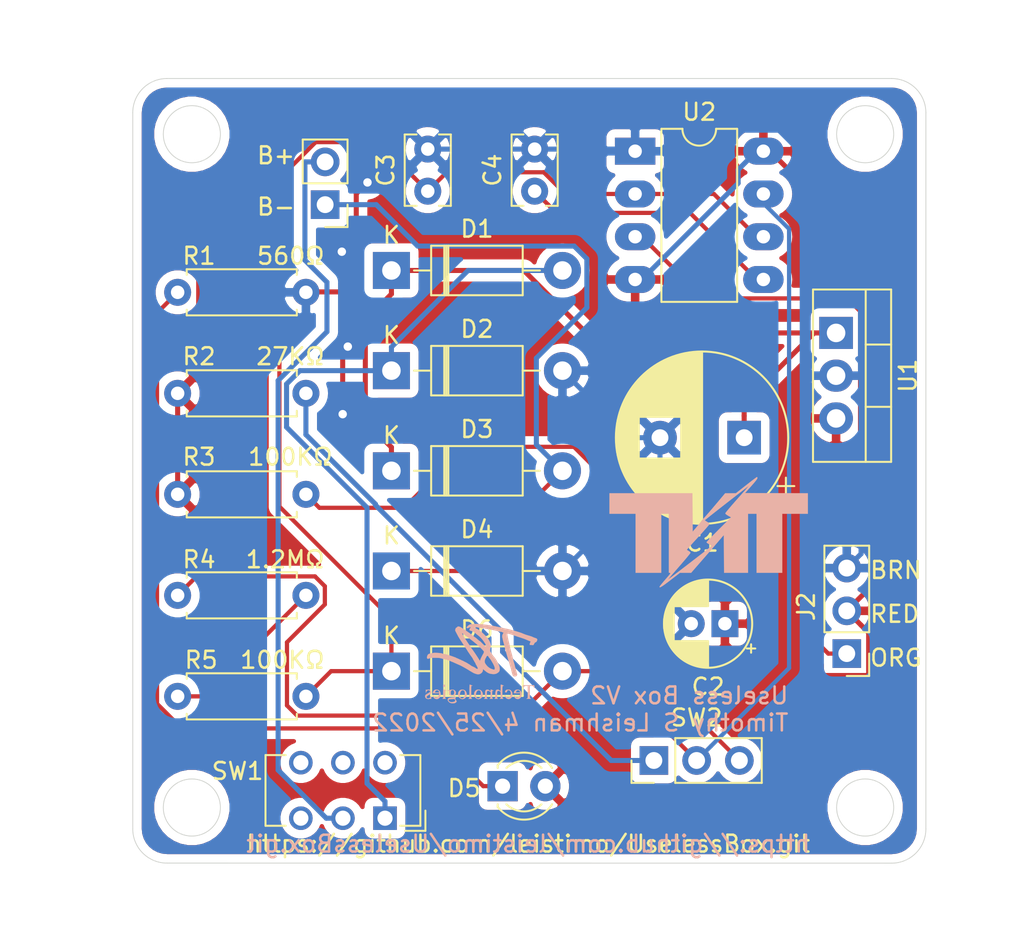
<source format=kicad_pcb>
(kicad_pcb (version 20171130) (host pcbnew "(5.1.4)-1")
  (title_block (title "Useless Box V2") (date 2022-04-11) (rev 2) (company "TNT Electronics") (comment 1 "Timothy S Leishman"))
  (layers (0 F.Cu signal) (31 B.Cu signal) (34 B.Paste user) (35 F.Paste user) (36 B.SilkS user) (37 F.SilkS user) (38 B.Mask user) (39 F.Mask user) (44 Edge.Cuts user))
  (net 0 "")
  (net 1 /VIN+)
  (net 2 /GND)
  (net 3 "Net-(C3-Pad1)")
  (net 4 "Net-(C4-Pad1)")
  (net 5 "Net-(D5-Pad1)")
  (net 6 "Net-(R2-Pad2)")
  (net 7 "Net-(R3-Pad2)")
  (net 8 "Net-(R4-Pad2)")
  (net 9 "Net-(D6-Pad2)")
  (net 10 /B+)
  (net 11 /B-)
  (net 12 "Net-(J2-Pad1)")
  (net 13 "Net-(J3-Pad2)")
  (net 14 /5Vout)
  (module "Kicad:TSL Technologies logo 16mm x 11mm" (layer B.Cu) (at 144.9324 113.03 180)
    (fp_text reference G*** hide)
    (fp_text value LOGO hide)
  )
  (module "Kicad:TNT Logo 12.6mm x 7mm" (layer B.Cu) (at 158.5468 104.8004 180)
    (fp_text reference G*** hide)
    (fp_text value LOGO hide)
  )
  (module Capacitor_THT:C_Rect_L4.0mm_W2.5mm_P2.50mm (layer F.Cu) (at 141.859 84.544 90)
    (fp_text reference C3 (at 1.25 -2.5 90) (layer F.SilkS))
    (fp_text value 0.022uF)
    (pad 1 thru_hole circle (at 0 0 90) (size 1.6 1.6) (drill 0.8) (layers *.Cu *.Mask) (net 3 "Net-(C3-Pad1)"))
    (pad 2 thru_hole circle (at 2.5 0 90) (size 1.6 1.6) (drill 0.8) (layers *.Cu *.Mask) (net 2 /GND))
  )
  (module Connector_PinHeader_2.54mm:PinHeader_1x02_P2.54mm_Vertical (layer F.Cu) (at 135.763 85.344 180)
    (fp_text reference J3)
    (fp_text value Conn_01x02_Female)
    (pad 2 thru_hole oval (at 0 2.54 180) (size 1.7 1.7) (drill 1) (layers *.Cu *.Mask) (net 13 "Net-(J3-Pad2)"))
    (pad 1 thru_hole rect (at 0 0 180) (size 1.7 1.7) (drill 1) (layers *.Cu *.Mask) (net 11 /B-))
  )
  (module Connector_PinHeader_2.54mm:PinHeader_1x03_P2.54mm_Vertical (layer F.Cu) (at 155.290677 118.364 90)
    (fp_text reference SW2 (at 2.54 2.54 180) (layer F.SilkS))
    (fp_text value SW_SPDT)
    (pad 3 thru_hole oval (at 0 5.08 90) (size 1.7 1.7) (drill 1) (layers *.Cu *.Mask) (net 7 "Net-(R3-Pad2)"))
    (pad 2 thru_hole oval (at 0 2.54 90) (size 1.7 1.7) (drill 1) (layers *.Cu *.Mask) (net 9 "Net-(D6-Pad2)"))
    (pad 1 thru_hole rect (at 0 0 90) (size 1.7 1.7) (drill 1) (layers *.Cu *.Mask) (net 6 "Net-(R2-Pad2)"))
  )
  (module Diode_THT:D_DO-41_SOD81_P10.16mm_Horizontal (layer F.Cu) (at 139.7 113.057)
    (fp_text reference D6 (at 5.08 -2.47) (layer F.SilkS))
    (fp_text value D_Small_ALT)
    (fp_text user K (at 0 -2.1) (layer F.SilkS))
    (pad 2 thru_hole oval (at 10.16 0) (size 2.2 2.2) (drill 1.1) (layers *.Cu *.Mask) (net 9 "Net-(D6-Pad2)"))
    (pad 1 thru_hole rect (at 0 0) (size 2.2 2.2) (drill 1.1) (layers *.Cu *.Mask) (net 3 "Net-(C3-Pad1)"))
  )
  (module Diode_THT:D_DO-41_SOD81_P10.16mm_Horizontal (layer F.Cu) (at 139.7 107.10625)
    (fp_text reference D4 (at 5.08 -2.47) (layer F.SilkS))
    (fp_text value D_Small_ALT)
    (fp_text user K (at 0 -2.1) (layer F.SilkS))
    (pad 2 thru_hole oval (at 10.16 0) (size 2.2 2.2) (drill 1.1) (layers *.Cu *.Mask) (net 2 /GND))
    (pad 1 thru_hole rect (at 0 0) (size 2.2 2.2) (drill 1.1) (layers *.Cu *.Mask) (net 11 /B-))
  )
  (module Diode_THT:D_DO-41_SOD81_P10.16mm_Horizontal (layer F.Cu) (at 139.7 101.1555)
    (fp_text reference D3 (at 5.08 -2.47) (layer F.SilkS))
    (fp_text value D_Small_ALT)
    (fp_text user K (at 0 -2.1) (layer F.SilkS))
    (pad 2 thru_hole oval (at 10.16 0) (size 2.2 2.2) (drill 1.1) (layers *.Cu *.Mask) (net 11 /B-))
    (pad 1 thru_hole rect (at 0 0) (size 2.2 2.2) (drill 1.1) (layers *.Cu *.Mask) (net 1 /VIN+))
  )
  (module Diode_THT:D_DO-41_SOD81_P10.16mm_Horizontal (layer F.Cu) (at 139.7 95.20475)
    (fp_text reference D2 (at 5.08 -2.47) (layer F.SilkS))
    (fp_text value D_Small_ALT)
    (fp_text user K (at 0 -2.1) (layer F.SilkS))
    (pad 2 thru_hole oval (at 10.16 0) (size 2.2 2.2) (drill 1.1) (layers *.Cu *.Mask) (net 2 /GND))
    (pad 1 thru_hole rect (at 0 0) (size 2.2 2.2) (drill 1.1) (layers *.Cu *.Mask) (net 10 /B+))
  )
  (module Diode_THT:D_DO-41_SOD81_P10.16mm_Horizontal (layer F.Cu) (at 139.7 89.254)
    (fp_text reference D1 (at 5.08 -2.47) (layer F.SilkS))
    (fp_text value D_Small_ALT)
    (fp_text user K (at 0 -2.1) (layer F.SilkS))
    (pad 2 thru_hole oval (at 10.16 0) (size 2.2 2.2) (drill 1.1) (layers *.Cu *.Mask) (net 10 /B+))
    (pad 1 thru_hole rect (at 0 0) (size 2.2 2.2) (drill 1.1) (layers *.Cu *.Mask) (net 1 /VIN+))
  )
  (module Capacitor_THT:CP_Radial_D10.0mm_P5.00mm (layer F.Cu) (at 160.655 99.187 180)
    (fp_text reference C1 (at 2.5 -6.25) (layer F.SilkS))
    (fp_text value 470uF)
    (pad 1 thru_hole rect (at 0 0 180) (size 2 2) (drill 1) (layers *.Cu *.Mask) (net 1 /VIN+))
    (pad 2 thru_hole circle (at 5 0 180) (size 2 2) (drill 1) (layers *.Cu *.Mask) (net 2 /GND))
  )
  (module Capacitor_THT:CP_Radial_D5.0mm_P2.00mm (layer F.Cu) (at 159.512 110.236 180)
    (fp_text reference C2 (at 1 -3.75) (layer F.SilkS))
    (fp_text value 47uF)
    (pad 1 thru_hole rect (at 0 0 180) (size 1.6 1.6) (drill 0.8) (layers *.Cu *.Mask) (net 14 /5Vout))
    (pad 2 thru_hole circle (at 2 0 180) (size 1.6 1.6) (drill 0.8) (layers *.Cu *.Mask) (net 2 /GND))
  )
  (module Capacitor_THT:C_Rect_L4.0mm_W2.5mm_P2.50mm (layer F.Cu) (at 148.209 84.544 90)
    (fp_text reference C4 (at 1.25 -2.5 90) (layer F.SilkS))
    (fp_text value 0.022uF)
    (pad 2 thru_hole circle (at 2.5 0 90) (size 1.6 1.6) (drill 0.8) (layers *.Cu *.Mask) (net 2 /GND))
    (pad 1 thru_hole circle (at 0 0 90) (size 1.6 1.6) (drill 0.8) (layers *.Cu *.Mask) (net 4 "Net-(C4-Pad1)"))
  )
  (module LED_THT:LED_D3.0mm (layer F.Cu) (at 146.304 119.888)
    (fp_text reference D5 (at -2.286 0.127) (layer F.SilkS))
    (fp_text value LED_GRN)
    (pad 1 thru_hole rect (at 0 0) (size 1.8 1.8) (drill 0.9) (layers *.Cu *.Mask) (net 5 "Net-(D5-Pad1)"))
    (pad 2 thru_hole circle (at 2.54 0) (size 1.8 1.8) (drill 0.9) (layers *.Cu *.Mask) (net 14 /5Vout))
  )
  (module Connector_PinHeader_2.54mm:PinHeader_1x03_P2.54mm_Vertical (layer F.Cu) (at 166.751 112.014 180)
    (fp_text reference J2 (at 2.413 2.794 270) (layer F.SilkS))
    (fp_text value Conn_01x03)
    (pad 1 thru_hole rect (at 0 0 180) (size 1.7 1.7) (drill 1) (layers *.Cu *.Mask) (net 12 "Net-(J2-Pad1)"))
    (pad 2 thru_hole oval (at 0 2.54 180) (size 1.7 1.7) (drill 1) (layers *.Cu *.Mask) (net 14 /5Vout))
    (pad 3 thru_hole oval (at 0 5.08 180) (size 1.7 1.7) (drill 1) (layers *.Cu *.Mask) (net 2 /GND))
  )
  (module Resistor_THT:R_Axial_DIN0207_L6.3mm_D2.5mm_P7.62mm_Horizontal (layer F.Cu) (at 127 90.551)
    (fp_text reference R1 (at 1.27 -2.159) (layer F.SilkS))
    (fp_text value 560Ω (at 6.723 -2.159) (layer F.SilkS))
    (pad 1 thru_hole circle (at 0 0) (size 1.6 1.6) (drill 0.8) (layers *.Cu *.Mask) (net 5 "Net-(D5-Pad1)"))
    (pad 2 thru_hole oval (at 7.62 0) (size 1.6 1.6) (drill 0.8) (layers *.Cu *.Mask) (net 2 /GND))
  )
  (module Resistor_THT:R_Axial_DIN0207_L6.3mm_D2.5mm_P7.62mm_Horizontal (layer F.Cu) (at 127 96.55175)
    (fp_text reference R2 (at 1.27 -2.19075) (layer F.SilkS))
    (fp_text value 27KΩ (at 6.69919 -2.19075) (layer F.SilkS))
    (pad 2 thru_hole oval (at 7.62 0) (size 1.6 1.6) (drill 0.8) (layers *.Cu *.Mask) (net 6 "Net-(R2-Pad2)"))
    (pad 1 thru_hole circle (at 0 0) (size 1.6 1.6) (drill 0.8) (layers *.Cu *.Mask) (net 14 /5Vout))
  )
  (module Resistor_THT:R_Axial_DIN0207_L6.3mm_D2.5mm_P7.62mm_Horizontal (layer F.Cu) (at 127 102.5525)
    (fp_text reference R3 (at 1.27 -2.2225) (layer F.SilkS))
    (fp_text value 100KΩ (at 6.69919 -2.2225) (layer F.SilkS))
    (pad 1 thru_hole circle (at 0 0) (size 1.6 1.6) (drill 0.8) (layers *.Cu *.Mask) (net 14 /5Vout))
    (pad 2 thru_hole oval (at 7.62 0) (size 1.6 1.6) (drill 0.8) (layers *.Cu *.Mask) (net 7 "Net-(R3-Pad2)"))
  )
  (module Resistor_THT:R_Axial_DIN0207_L6.3mm_D2.5mm_P7.62mm_Horizontal (layer F.Cu) (at 127 108.55325)
    (fp_text reference R4 (at 1.27 -2.12725) (layer F.SilkS))
    (fp_text value 1.2MΩ (at 6.389666 -2.12725) (layer F.SilkS))
    (pad 2 thru_hole oval (at 7.62 0) (size 1.6 1.6) (drill 0.8) (layers *.Cu *.Mask) (net 8 "Net-(R4-Pad2)"))
    (pad 1 thru_hole circle (at 0 0) (size 1.6 1.6) (drill 0.8) (layers *.Cu *.Mask) (net 9 "Net-(D6-Pad2)"))
  )
  (module Resistor_THT:R_Axial_DIN0207_L6.3mm_D2.5mm_P7.62mm_Horizontal (layer F.Cu) (at 127 114.554)
    (fp_text reference R5 (at 1.397 -2.159) (layer F.SilkS))
    (fp_text value 100KΩ (at 6.223 -2.159) (layer F.SilkS))
    (pad 1 thru_hole circle (at 0 0) (size 1.6 1.6) (drill 0.8) (layers *.Cu *.Mask) (net 8 "Net-(R4-Pad2)"))
    (pad 2 thru_hole oval (at 7.62 0) (size 1.6 1.6) (drill 0.8) (layers *.Cu *.Mask) (net 3 "Net-(C3-Pad1)"))
  )
  (module Button_Switch_THT:SW_CuK_JS202011CQN_DPDT_Straight (layer F.Cu) (at 139.319 121.793 180)
    (fp_text reference SW1 (at 8.763 2.794) (layer F.SilkS))
    (fp_text value SW_SPDT)
    (pad 1 thru_hole rect (at 0 0 180) (size 1.4 1.4) (drill 0.9) (layers *.Cu *.Mask) (net 10 /B+))
    (pad 2 thru_hole circle (at 2.5 0 180) (size 1.4 1.4) (drill 0.9) (layers *.Cu *.Mask) (net 13 "Net-(J3-Pad2)"))
    (pad 3 thru_hole circle (at 5 0 180) (size 1.4 1.4) (drill 0.9) (layers *.Cu *.Mask))
    (pad 4 thru_hole circle (at 0 3.3 180) (size 1.4 1.4) (drill 0.9) (layers *.Cu *.Mask))
    (pad 5 thru_hole circle (at 2.5 3.3 180) (size 1.4 1.4) (drill 0.9) (layers *.Cu *.Mask))
    (pad 6 thru_hole circle (at 5 3.3 180) (size 1.4 1.4) (drill 0.9) (layers *.Cu *.Mask))
  )
  (module Package_TO_SOT_THT:TO-220-3_Vertical (layer F.Cu) (at 166.116 92.964 270)
    (fp_text reference U1 (at 2.54 -4.27 90) (layer F.SilkS))
    (fp_text value L7805CV)
    (pad 1 thru_hole rect (at 0 0 270) (size 1.905 2) (drill 1.1) (layers *.Cu *.Mask) (net 1 /VIN+))
    (pad 2 thru_hole oval (at 2.54 0 270) (size 1.905 2) (drill 1.1) (layers *.Cu *.Mask) (net 2 /GND))
    (pad 3 thru_hole oval (at 5.08 0 270) (size 1.905 2) (drill 1.1) (layers *.Cu *.Mask) (net 14 /5Vout))
  )
  (module Package_DIP:DIP-8_W7.62mm_LongPads (layer F.Cu) (at 154.178 82.169)
    (fp_text reference U2 (at 3.81 -2.33) (layer F.SilkS))
    (fp_text value LM555CN_NOPB)
    (pad 1 thru_hole rect (at 0 0) (size 2.4 1.6) (drill 0.8) (layers *.Cu *.Mask) (net 2 /GND))
    (pad 5 thru_hole oval (at 7.62 7.62) (size 2.4 1.6) (drill 0.8) (layers *.Cu *.Mask) (net 4 "Net-(C4-Pad1)"))
    (pad 2 thru_hole oval (at 0 2.54) (size 2.4 1.6) (drill 0.8) (layers *.Cu *.Mask) (net 3 "Net-(C3-Pad1)"))
    (pad 6 thru_hole oval (at 7.62 5.08) (size 2.4 1.6) (drill 0.8) (layers *.Cu *.Mask) (net 3 "Net-(C3-Pad1)"))
    (pad 3 thru_hole oval (at 0 5.08) (size 2.4 1.6) (drill 0.8) (layers *.Cu *.Mask) (net 12 "Net-(J2-Pad1)"))
    (pad 7 thru_hole oval (at 7.62 2.54) (size 2.4 1.6) (drill 0.8) (layers *.Cu *.Mask) (net 9 "Net-(D6-Pad2)"))
    (pad 4 thru_hole oval (at 0 7.62) (size 2.4 1.6) (drill 0.8) (layers *.Cu *.Mask) (net 14 /5Vout))
    (pad 8 thru_hole oval (at 7.62 0) (size 2.4 1.6) (drill 0.8) (layers *.Cu *.Mask) (net 14 /5Vout))
  )
  (gr_text https://github.com/leistimo/UselessBox.git (at 147.828 123.317) (layer F.SilkS) (effects (font (size 1 1))))
  (gr_text ORG (at 169.672 112.268) (layer F.SilkS) (effects (font (size 1 1))))
  (gr_text RED (at 169.600572 109.6645) (layer F.SilkS) (effects (font (size 1 1))))
  (gr_text BRN (at 169.672 107.061) (layer F.SilkS) (effects (font (size 1 1))))
  (gr_text https://github.com/leistimo/UselessBox.git (at 147.828 123.317) (layer B.SilkS) (effects (font (size 1 1)) (justify mirror)))
  (gr_text "Useless Box V2\nTimothy S Leishman 4/25/2022" (at 163.3728 115.316) (layer B.SilkS) (effects (font (size 1 1)) (justify left mirror)))
  (gr_line (start 126.365 77.851) (end 169.418 77.851) (layer Edge.Cuts) (width 0.05))
  (gr_line (start 169.418 124.463964) (end 126.365 124.46) (layer Edge.Cuts) (width 0.05))
  (gr_line (start 171.45 79.883) (end 171.45 122.431964) (layer Edge.Cuts) (width 0.05))
  (gr_line (start 124.333 79.883) (end 124.333 122.428) (layer Edge.Cuts) (width 0.05))
  (gr_circle (center 167.84359 121.158) (end 169.54 121.158) (layer Edge.Cuts) (width 0.05))
  (gr_circle (center 127.84359 121.158) (end 129.54 121.158) (layer Edge.Cuts) (width 0.05))
  (gr_circle (center 127.84359 81.158) (end 129.54 81.158) (layer Edge.Cuts) (width 0.05))
  (gr_circle (center 167.84359 81.158) (end 169.54 81.158) (layer Edge.Cuts) (width 0.05))
  (gr_text B- (at 132.842 85.471) (layer F.SilkS) (effects (font (size 1 1))))
  (gr_text B+ (at 132.842 82.423) (layer F.SilkS) (effects (font (size 1 1))))
  (gr_arc (start 169.418 122.431964) (end 169.418 124.463964) (angle -90) (layer Edge.Cuts) (width 0.05))
  (gr_arc (start 169.418 79.883) (end 171.45 79.883) (angle -90) (layer Edge.Cuts) (width 0.05))
  (gr_arc (start 126.365 79.883) (end 126.365 77.851) (angle -90) (layer Edge.Cuts) (width 0.05))
  (gr_arc (start 126.365 122.428) (end 124.333 122.428) (angle -90) (layer Edge.Cuts) (width 0.05))
  (segment (start 139.7 90.654) (end 139.7 89.254) (width 0.3) (layer F.Cu) (net 1))
  (segment (start 138.149999 92.204001) (end 139.7 90.654) (width 0.3) (layer F.Cu) (net 1))
  (segment (start 138.149999 98.205499) (end 138.149999 92.204001) (width 0.3) (layer F.Cu) (net 1))
  (segment (start 139.7 99.7555) (end 138.149999 98.205499) (width 0.3) (layer F.Cu) (net 1))
  (segment (start 139.7 101.1555) (end 139.7 99.7555) (width 0.3) (layer F.Cu) (net 1))
  (segment (start 166.116 92.964) (end 166.0685 92.964) (width 0.3) (layer F.Cu) (net 1))
  (segment (start 151.275998 92.964) (end 164.816 92.964) (width 0.3) (layer F.Cu) (net 1))
  (segment (start 147.565998 89.254) (end 151.275998 92.964) (width 0.3) (layer F.Cu) (net 1))
  (segment (start 139.7 89.254) (end 147.565998 89.254) (width 0.3) (layer F.Cu) (net 1))
  (segment (start 160.655 97.887) (end 160.655 99.187) (width 0.3) (layer F.Cu) (net 1))
  (segment (start 160.655 97.125) (end 160.655 97.887) (width 0.3) (layer F.Cu) (net 1))
  (segment (start 164.816 92.964) (end 160.655 97.125) (width 0.3) (layer F.Cu) (net 1))
  (segment (start 166.116 92.964) (end 164.816 92.964) (width 0.3) (layer F.Cu) (net 1))
  (segment (start 154.38225 107.10625) (end 149.86 107.10625) (width 0.3) (layer B.Cu) (net 2))
  (segment (start 157.512 110.236) (end 154.38225 107.10625) (width 0.3) (layer B.Cu) (net 2))
  (segment (start 153.84225 99.187) (end 155.655 99.187) (width 0.3) (layer B.Cu) (net 2))
  (segment (start 149.86 95.20475) (end 153.84225 99.187) (width 0.3) (layer B.Cu) (net 2))
  (segment (start 154.053 82.044) (end 154.178 82.169) (width 0.3) (layer B.Cu) (net 2))
  (segment (start 148.209 82.044) (end 154.053 82.044) (width 0.3) (layer B.Cu) (net 2))
  (segment (start 167.416 95.504) (end 166.116 95.504) (width 0.3) (layer B.Cu) (net 2))
  (segment (start 167.566001 95.353999) (end 167.416 95.504) (width 0.3) (layer B.Cu) (net 2))
  (segment (start 167.566001 85.76922) (end 167.566001 95.353999) (width 0.3) (layer B.Cu) (net 2))
  (segment (start 162.715771 80.91899) (end 167.566001 85.76922) (width 0.3) (layer B.Cu) (net 2))
  (segment (start 156.92801 80.91899) (end 162.715771 80.91899) (width 0.3) (layer B.Cu) (net 2))
  (segment (start 155.678 82.169) (end 156.92801 80.91899) (width 0.3) (layer B.Cu) (net 2))
  (segment (start 154.178 82.169) (end 155.678 82.169) (width 0.3) (layer B.Cu) (net 2))
  (segment (start 167.600999 106.084001) (end 166.751 106.934) (width 0.3) (layer B.Cu) (net 2))
  (segment (start 167.416 95.504) (end 167.600999 95.688999) (width 0.3) (layer B.Cu) (net 2))
  (segment (start 167.600999 95.688999) (end 167.600999 106.084001) (width 0.3) (layer B.Cu) (net 2))
  (segment (start 155.655 101.31125) (end 155.655 99.187) (width 0.3) (layer B.Cu) (net 2))
  (segment (start 149.86 107.10625) (end 155.655 101.31125) (width 0.3) (layer B.Cu) (net 2))
  (segment (start 141.859 82.044) (end 148.209 82.044) (width 0.3) (layer B.Cu) (net 2))
  (segment (start 134.6454 90.5256) (end 134.62 90.551) (width 0.3) (layer F.Cu) (net 2))
  (segment (start 137.2108 90.5256) (end 134.6454 90.5256) (width 0.3) (layer F.Cu) (net 2))
  (via (at 138.2776 84.0232) (size 1) (drill 0.5) (layers F.Cu B.Cu) (net 2))
  (via (at 136.8044 97.79) (size 1) (drill 0.5) (layers F.Cu B.Cu) (net 2))
  (segment (start 136.7536 97.7392) (end 136.8044 97.79) (width 0.3) (layer F.Cu) (net 2))
  (segment (start 137.5156 90.2208) (end 137.2108 90.5256) (width 0.3) (layer F.Cu) (net 2))
  (segment (start 137.610799 90.125601) (end 137.5156 90.2208) (width 0.3) (layer F.Cu) (net 2))
  (segment (start 138.2776 84.0232) (end 137.610799 84.690001) (width 0.3) (layer F.Cu) (net 2))
  (via (at 136.7536 88.138) (size 1) (drill 0.5) (layers F.Cu B.Cu) (net 2))
  (segment (start 137.505105 88.093601) (end 137.610799 88.093601) (width 0.3) (layer F.Cu) (net 2))
  (segment (start 137.460706 88.138) (end 137.505105 88.093601) (width 0.3) (layer F.Cu) (net 2))
  (segment (start 136.7536 88.138) (end 137.460706 88.138) (width 0.3) (layer F.Cu) (net 2))
  (segment (start 137.610799 84.690001) (end 137.610799 88.093601) (width 0.3) (layer F.Cu) (net 2))
  (segment (start 137.610799 88.093601) (end 137.610799 90.125601) (width 0.3) (layer F.Cu) (net 2))
  (via (at 137.1092 93.7768) (size 1) (drill 0.5) (layers F.Cu B.Cu) (net 2))
  (segment (start 136.8044 94.0816) (end 137.1092 93.7768) (width 0.3) (layer F.Cu) (net 2))
  (segment (start 136.8044 97.79) (end 136.8044 94.0816) (width 0.3) (layer F.Cu) (net 2))
  (segment (start 153.778 84.709) (end 154.178 84.709) (width 0.25) (layer F.Cu) (net 3))
  (segment (start 161.398 87.249) (end 161.798 87.249) (width 0.25) (layer F.Cu) (net 3))
  (segment (start 158.858 84.709) (end 161.398 87.249) (width 0.25) (layer F.Cu) (net 3))
  (segment (start 154.178 84.709) (end 158.858 84.709) (width 0.25) (layer F.Cu) (net 3))
  (segment (start 136.117 113.057) (end 139.7 113.057) (width 0.25) (layer F.Cu) (net 3))
  (segment (start 134.62 114.554) (end 136.117 113.057) (width 0.25) (layer F.Cu) (net 3))
  (segment (start 141.059001 83.744001) (end 141.859 84.544) (width 0.25) (layer F.Cu) (net 3))
  (segment (start 135.198999 81.628999) (end 138.943999 81.628999) (width 0.25) (layer F.Cu) (net 3))
  (segment (start 133.044989 83.783009) (end 135.198999 81.628999) (width 0.25) (layer F.Cu) (net 3))
  (segment (start 133.044989 103.278901) (end 133.044989 83.783009) (width 0.25) (layer F.Cu) (net 3))
  (segment (start 139.7 109.933912) (end 133.044989 103.278901) (width 0.25) (layer F.Cu) (net 3))
  (segment (start 139.7 113.057) (end 139.7 109.933912) (width 0.25) (layer F.Cu) (net 3))
  (segment (start 142.658999 83.744001) (end 141.859 84.544) (width 0.25) (layer F.Cu) (net 3))
  (segment (start 142.984001 83.418999) (end 142.658999 83.744001) (width 0.25) (layer F.Cu) (net 3))
  (segment (start 148.749001 83.418999) (end 142.984001 83.418999) (width 0.25) (layer F.Cu) (net 3))
  (segment (start 150.039002 84.709) (end 148.749001 83.418999) (width 0.25) (layer F.Cu) (net 3))
  (segment (start 154.178 84.709) (end 150.039002 84.709) (width 0.25) (layer F.Cu) (net 3))
  (segment (start 138.943999 81.628999) (end 141.059001 83.744001) (width 0.25) (layer F.Cu) (net 3))
  (segment (start 149.008999 85.343999) (end 148.209 84.544) (width 0.25) (layer F.Cu) (net 4))
  (segment (start 149.49901 85.83401) (end 149.008999 85.343999) (width 0.25) (layer F.Cu) (net 4))
  (segment (start 157.44301 85.83401) (end 149.49901 85.83401) (width 0.25) (layer F.Cu) (net 4))
  (segment (start 161.398 89.789) (end 157.44301 85.83401) (width 0.25) (layer F.Cu) (net 4))
  (segment (start 161.798 89.789) (end 161.398 89.789) (width 0.25) (layer F.Cu) (net 4))
  (segment (start 145.154 119.888) (end 146.304 119.888) (width 0.25) (layer F.Cu) (net 5))
  (segment (start 141.725 116.459) (end 145.154 119.888) (width 0.25) (layer F.Cu) (net 5))
  (segment (start 127.239998 116.459) (end 141.725 116.459) (width 0.25) (layer F.Cu) (net 5))
  (segment (start 125.774999 114.994001) (end 127.239998 116.459) (width 0.25) (layer F.Cu) (net 5))
  (segment (start 125.774999 91.776001) (end 125.774999 114.994001) (width 0.25) (layer F.Cu) (net 5))
  (segment (start 127 90.551) (end 125.774999 91.776001) (width 0.25) (layer F.Cu) (net 5))
  (segment (start 141.125001 105.545503) (end 141.125001 105.565001) (width 0.25) (layer B.Cu) (net 6))
  (segment (start 134.62 99.005146) (end 134.637678 99.022824) (width 0.3) (layer B.Cu) (net 6))
  (segment (start 134.62 96.55175) (end 134.62 99.005146) (width 0.3) (layer B.Cu) (net 6))
  (segment (start 138.750007 103.190007) (end 141.125001 105.565001) (width 0.3) (layer B.Cu) (net 6))
  (segment (start 138.750007 103.135153) (end 138.750007 103.190007) (width 0.3) (layer B.Cu) (net 6))
  (segment (start 134.62 99.005146) (end 138.750007 103.135153) (width 0.3) (layer B.Cu) (net 6))
  (segment (start 141.125001 105.565001) (end 146.304 110.744) (width 0.3) (layer B.Cu) (net 6))
  (segment (start 146.304 110.744) (end 146.304 111.9124) (width 0.3) (layer B.Cu) (net 6))
  (segment (start 152.7556 118.364) (end 155.290677 118.364) (width 0.3) (layer B.Cu) (net 6))
  (segment (start 146.304 111.9124) (end 152.7556 118.364) (width 0.3) (layer B.Cu) (net 6))
  (segment (start 160.370677 118.364) (end 153.638676 111.631999) (width 0.25) (layer F.Cu) (net 7))
  (segment (start 135.419999 103.352499) (end 134.62 102.5525) (width 0.25) (layer F.Cu) (net 7))
  (segment (start 140.468003 103.352499) (end 135.419999 103.352499) (width 0.25) (layer F.Cu) (net 7))
  (segment (start 144.090003 99.730499) (end 140.468003 103.352499) (width 0.25) (layer F.Cu) (net 7))
  (segment (start 150.544001 99.730499) (end 144.090003 99.730499) (width 0.25) (layer F.Cu) (net 7))
  (segment (start 153.638676 102.825174) (end 150.544001 99.730499) (width 0.25) (layer F.Cu) (net 7))
  (segment (start 153.638676 111.631999) (end 153.638676 102.825174) (width 0.25) (layer F.Cu) (net 7))
  (segment (start 128.61925 114.554) (end 127 114.554) (width 0.25) (layer F.Cu) (net 8))
  (segment (start 134.62 108.55325) (end 128.61925 114.554) (width 0.25) (layer F.Cu) (net 8))
  (segment (start 152.523677 113.057) (end 157.830677 118.364) (width 0.25) (layer F.Cu) (net 9))
  (segment (start 149.86 113.057) (end 152.523677 113.057) (width 0.25) (layer F.Cu) (net 9))
  (segment (start 127.799999 107.753251) (end 127 108.55325) (width 0.25) (layer F.Cu) (net 9))
  (segment (start 128.125001 107.428249) (end 127.799999 107.753251) (width 0.25) (layer F.Cu) (net 9))
  (segment (start 135.160001 107.428249) (end 128.125001 107.428249) (width 0.25) (layer F.Cu) (net 9))
  (segment (start 135.745001 108.013249) (end 135.160001 107.428249) (width 0.25) (layer F.Cu) (net 9))
  (segment (start 135.745001 109.093251) (end 135.745001 108.013249) (width 0.25) (layer F.Cu) (net 9))
  (segment (start 133.494999 115.094001) (end 133.494999 111.343253) (width 0.25) (layer F.Cu) (net 9))
  (segment (start 133.494999 111.343253) (end 135.745001 109.093251) (width 0.25) (layer F.Cu) (net 9))
  (segment (start 134.097998 115.697) (end 133.494999 115.094001) (width 0.25) (layer F.Cu) (net 9))
  (segment (start 147.22 115.697) (end 134.097998 115.697) (width 0.25) (layer F.Cu) (net 9))
  (segment (start 149.86 113.057) (end 147.22 115.697) (width 0.25) (layer F.Cu) (net 9))
  (segment (start 158.680676 117.514001) (end 157.830677 118.364) (width 0.25) (layer B.Cu) (net 9))
  (segment (start 163.32301 112.871667) (end 158.680676 117.514001) (width 0.25) (layer B.Cu) (net 9))
  (segment (start 163.32301 86.783006) (end 163.32301 112.871667) (width 0.25) (layer B.Cu) (net 9))
  (segment (start 161.798 85.257996) (end 163.32301 86.783006) (width 0.25) (layer B.Cu) (net 9))
  (segment (start 161.798 84.709) (end 161.798 85.257996) (width 0.25) (layer B.Cu) (net 9))
  (segment (start 139.7 93.80475) (end 139.7 95.20475) (width 0.3) (layer B.Cu) (net 10))
  (segment (start 144.25075 89.254) (end 139.7 93.80475) (width 0.3) (layer B.Cu) (net 10))
  (segment (start 149.86 89.254) (end 144.25075 89.254) (width 0.3) (layer B.Cu) (net 10))
  (segment (start 138.3 95.20475) (end 139.7 95.20475) (width 0.3) (layer B.Cu) (net 10))
  (segment (start 134.264998 95.20475) (end 138.3 95.20475) (width 0.3) (layer B.Cu) (net 10))
  (segment (start 133.469999 98.562265) (end 133.469999 95.999749) (width 0.3) (layer B.Cu) (net 10))
  (segment (start 138.249999 103.342265) (end 133.469999 98.562265) (width 0.3) (layer B.Cu) (net 10))
  (segment (start 133.469999 95.999749) (end 134.264998 95.20475) (width 0.3) (layer B.Cu) (net 10))
  (segment (start 138.249999 119.723999) (end 138.249999 103.342265) (width 0.3) (layer B.Cu) (net 10))
  (segment (start 139.319 120.793) (end 138.249999 119.723999) (width 0.3) (layer B.Cu) (net 10))
  (segment (start 139.319 121.793) (end 139.319 120.793) (width 0.3) (layer B.Cu) (net 10))
  (segment (start 143.90925 107.10625) (end 149.86 101.1555) (width 0.25) (layer F.Cu) (net 11))
  (segment (start 139.7 107.10625) (end 143.90925 107.10625) (width 0.25) (layer F.Cu) (net 11))
  (segment (start 148.760001 100.055501) (end 149.86 101.1555) (width 0.3) (layer B.Cu) (net 11))
  (segment (start 148.309999 99.605499) (end 148.760001 100.055501) (width 0.3) (layer B.Cu) (net 11))
  (segment (start 148.309999 94.460749) (end 148.309999 99.605499) (width 0.3) (layer B.Cu) (net 11))
  (segment (start 151.310001 91.460747) (end 148.309999 94.460749) (width 0.3) (layer B.Cu) (net 11))
  (segment (start 151.310001 88.557999) (end 151.310001 91.460747) (width 0.3) (layer B.Cu) (net 11))
  (segment (start 150.556001 87.803999) (end 151.310001 88.557999) (width 0.3) (layer B.Cu) (net 11))
  (segment (start 141.260001 87.803999) (end 150.556001 87.803999) (width 0.3) (layer B.Cu) (net 11))
  (segment (start 138.800002 85.344) (end 141.260001 87.803999) (width 0.3) (layer B.Cu) (net 11))
  (segment (start 135.763 85.344) (end 138.800002 85.344) (width 0.3) (layer B.Cu) (net 11))
  (segment (start 165.651 112.014) (end 166.751 112.014) (width 0.25) (layer F.Cu) (net 12))
  (segment (start 165.1 106.299) (end 165.1 111.463) (width 0.25) (layer F.Cu) (net 12))
  (segment (start 165.1 111.463) (end 165.651 112.014) (width 0.25) (layer F.Cu) (net 12))
  (segment (start 154.178 87.249) (end 154.578 87.249) (width 0.25) (layer F.Cu) (net 12))
  (segment (start 154.578 87.249) (end 158.24301 90.91401) (width 0.25) (layer F.Cu) (net 12))
  (segment (start 158.24301 90.91401) (end 166.783512 90.91401) (width 0.25) (layer F.Cu) (net 12))
  (segment (start 166.783512 90.91401) (end 167.54101 91.671508) (width 0.25) (layer F.Cu) (net 12))
  (segment (start 167.54101 91.671508) (end 167.54101 103.85799) (width 0.25) (layer F.Cu) (net 12))
  (segment (start 167.54101 103.85799) (end 165.1 106.299) (width 0.25) (layer F.Cu) (net 12))
  (segment (start 135.829051 121.793) (end 136.819 121.793) (width 0.3) (layer B.Cu) (net 13))
  (segment (start 132.969989 118.933938) (end 135.829051 121.793) (width 0.3) (layer B.Cu) (net 13))
  (segment (start 135.763 82.804) (end 134.560919 82.804) (width 0.3) (layer B.Cu) (net 13))
  (segment (start 132.969989 95.792639) (end 132.969989 118.933938) (width 0.3) (layer B.Cu) (net 13))
  (segment (start 135.870001 92.892627) (end 132.969989 95.792639) (width 0.3) (layer B.Cu) (net 13))
  (segment (start 135.870001 89.950999) (end 135.870001 92.892627) (width 0.3) (layer B.Cu) (net 13))
  (segment (start 134.560919 88.641917) (end 135.870001 89.950999) (width 0.3) (layer B.Cu) (net 13))
  (segment (start 134.560919 82.804) (end 134.560919 88.641917) (width 0.3) (layer B.Cu) (net 13))
  (segment (start 166.116 98.044) (end 166.0685 98.044) (width 0.3) (layer F.Cu) (net 14))
  (segment (start 159.512 110.236) (end 159.512 109.136) (width 0.3) (layer F.Cu) (net 14))
  (segment (start 166.116 102.532) (end 166.116 98.044) (width 0.3) (layer F.Cu) (net 14))
  (segment (start 159.512 109.136) (end 166.116 102.532) (width 0.3) (layer F.Cu) (net 14))
  (segment (start 154.578 89.789) (end 154.178 89.789) (width 0.3) (layer B.Cu) (net 14))
  (segment (start 160.298 84.069) (end 154.578 89.789) (width 0.3) (layer B.Cu) (net 14))
  (segment (start 160.298 83.269) (end 160.298 84.069) (width 0.3) (layer B.Cu) (net 14))
  (segment (start 161.398 82.169) (end 160.298 83.269) (width 0.3) (layer B.Cu) (net 14))
  (segment (start 161.798 82.169) (end 161.398 82.169) (width 0.3) (layer B.Cu) (net 14))
  (segment (start 127 102.5525) (end 127 96.55175) (width 0.3) (layer F.Cu) (net 14))
  (segment (start 160.298 82.169) (end 161.798 82.169) (width 0.3) (layer F.Cu) (net 14))
  (segment (start 158.372989 80.243989) (end 160.298 82.169) (width 0.3) (layer F.Cu) (net 14))
  (segment (start 135.770823 80.243989) (end 158.372989 80.243989) (width 0.3) (layer F.Cu) (net 14))
  (segment (start 128.250001 87.764811) (end 135.770823 80.243989) (width 0.3) (layer F.Cu) (net 14))
  (segment (start 128.250001 95.301749) (end 128.250001 87.764811) (width 0.3) (layer F.Cu) (net 14))
  (segment (start 127 96.55175) (end 128.250001 95.301749) (width 0.3) (layer F.Cu) (net 14))
  (segment (start 162.198 82.169) (end 161.798 82.169) (width 0.3) (layer F.Cu) (net 14))
  (segment (start 169.86601 89.83701) (end 162.198 82.169) (width 0.3) (layer F.Cu) (net 14))
  (segment (start 169.86601 106.35899) (end 166.751 109.474) (width 0.3) (layer F.Cu) (net 14))
  (segment (start 169.86601 89.83701) (end 169.86601 106.35899) (width 0.3) (layer F.Cu) (net 14))
  (segment (start 167.600999 110.323999) (end 166.751 109.474) (width 0.3) (layer F.Cu) (net 14))
  (segment (start 168.051001 110.774001) (end 167.600999 110.323999) (width 0.3) (layer F.Cu) (net 14))
  (segment (start 168.051001 113.224001) (end 168.051001 110.774001) (width 0.3) (layer F.Cu) (net 14))
  (segment (start 167.961001 113.314001) (end 168.051001 113.224001) (width 0.3) (layer F.Cu) (net 14))
  (segment (start 161.490001 113.314001) (end 167.961001 113.314001) (width 0.3) (layer F.Cu) (net 14))
  (segment (start 159.512 111.336) (end 161.490001 113.314001) (width 0.3) (layer F.Cu) (net 14))
  (segment (start 159.512 110.236) (end 159.512 111.336) (width 0.3) (layer F.Cu) (net 14))
  (zone (net 2) (net_name /GND) (layer B.Cu) (connect_pads (clearance 0.508)) (min_thickness 0.254) (fill yes (arc_segments 32) (thermal_gap 0.508) (thermal_bridge_width 0.508))
    (polygon (pts (xy 124.333 79.883) (xy 124.333 122.301) (xy 124.333 122.555) (xy 124.333 122.682) (xy 124.46 123.19) (xy 124.714 123.571) (xy 125.222 124.079) (xy 125.73 124.333) (xy 126.365 124.46) (xy 169.418 124.46) (xy 169.545 124.46) (xy 170.434 124.206) (xy 171.069 123.571) (xy 171.323 123.19) (xy 171.45 122.174) (xy 171.45 120.65) (xy 171.45 108.585) (xy 171.45 79.883) (xy 171.323 79.248) (xy 171.196 78.867) (xy 170.561 78.232) (xy 170.053 77.978) (xy 169.545 77.851) (xy 126.492 77.851) (xy 125.73 77.978) (xy 125.222 78.232) (xy 124.841 78.486) (xy 124.587 78.867) (xy 124.46 79.121) (xy 124.333 79.502) (xy 124.333 79.629)))
  )
  (zone (net 14) (net_name /5Vout) (layer F.Cu) (connect_pads (clearance 0.508)) (min_thickness 0.254) (fill yes (arc_segments 32) (thermal_gap 0.508) (thermal_bridge_width 0.508))
    (polygon (pts (xy 124.333 79.756) (xy 124.333 122.555) (xy 124.587 123.444) (xy 125.349 124.206) (xy 126.238 124.46) (xy 169.545 124.46) (xy 170.434 124.206) (xy 171.069 123.571) (xy 171.323 123.063) (xy 171.45 122.428) (xy 171.45 79.629) (xy 171.196 78.994) (xy 170.815 78.359) (xy 170.18 77.978) (xy 169.418 77.851) (xy 126.238 77.851) (xy 125.603 77.978) (xy 125.222 78.232) (xy 124.968 78.486) (xy 124.587 78.867) (xy 124.46 79.121) (xy 124.333 79.629)))
  )
)
</source>
